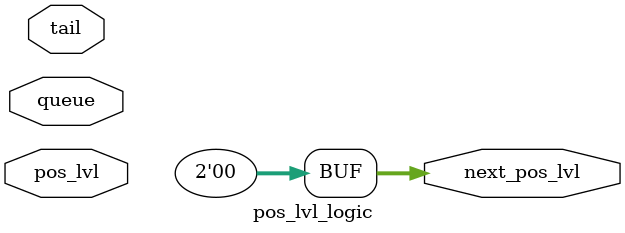
<source format=v>
module pos_lvl_logic(
    input [1:0] pos_lvl,
    input [2:0] tail,
    input [11:0] queue,
    output [1:0] next_pos_lvl
);
    assign next_pos_lvl = 0;
endmodule

</source>
